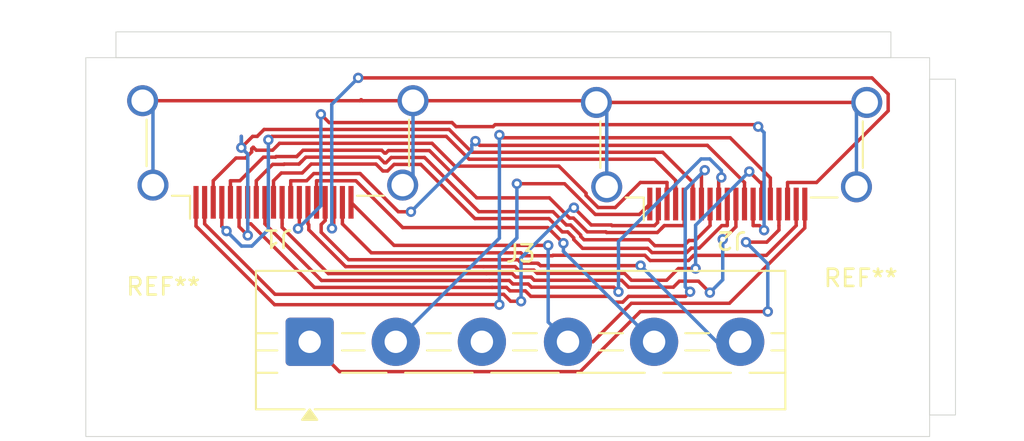
<source format=kicad_pcb>
(kicad_pcb (version 20241229) (generator "pcbnew") (generator_version "9.0")
  (layers (0 "F.Cu" signal) (2 "B.Cu" signal) (13 "F.Paste" user) (15 "B.Paste" user) (5 "F.SilkS" user "F.Silkscreen") (7 "B.SilkS" user "B.Silkscreen") (1 "F.Mask" user) (3 "B.Mask" user) (25 "Edge.Cuts" user))
  (net 0 "")
  (net 1 "Net-(J1-PadSH)")
  (net 2 "Net-(J1-D1-)")
  (net 3 "Net-(J1-D0S)")
  (net 4 "Net-(J1-D1+)")
  (net 5 "Net-(J1-CKS)")
  (net 6 "Net-(J1-D0-)")
  (net 7 "+5V")
  (net 8 "Net-(J1-+5V)")
  (net 9 "Net-(J1-D2-)")
  (net 10 "Net-(J1-SCL)")
  (net 11 "Net-(J1-D1S)")
  (net 12 "Net-(J1-CEC)")
  (net 13 "Net-(J1-D2S)")
  (net 14 "Net-(J1-CK-)")
  (net 15 "Net-(J1-UTILITY)")
  (net 16 "Net-(J1-GND)")
  (net 17 "Net-(J1-D2+)")
  (net 18 "Net-(J1-SDA)")
  (net 19 "Net-(J1-D0+)")
  (net 20 "Net-(J1-CK+)")
  (net 21 "Net-(J2-SCL)")
  (net 22 "Net-(J2-SDA)")
  (net 23 "GND")
  (footprint "Connector_Video:HDMI_A_Amphenol_10029449-x01xLF_Horizontal" (layer "F.Cu") (at 124 84.5 180)
    (property "Reference" "J2" (at 0 -7.1 180) (layer "F.SilkS"))
    (property "Value" "HDMI_A_Female")
    (fp_line (start 7.62 -2.9) (end 7.62 -0.2) (stroke (width 0.12)) (layer "F.SilkS"))
    (fp_line (start 5.1 -4.62) (end 6.15 -4.62) (stroke (width 0.12)) (layer "F.SilkS"))
    (fp_line (start 5.1 -5.95) (end 5.1 -4.62) (stroke (width 0.12)) (layer "F.SilkS"))
    (fp_line (start -6.15 -4.62) (end -4.6 -4.62) (stroke (width 0.12)) (layer "F.SilkS"))
    (fp_line (start -7.62 -0.2) (end -7.62 -2.9) (stroke (width 0.12)) (layer "F.SilkS"))
    (pad "1" smd rect (at 4.75 -5 180) (size 0.3 1.9) (layers "F.Cu" "F.Mask" "F.Paste") (net 17 "Net-(J1-D2+)"))
    (pad "2" smd rect (at 4.25 -5 180) (size 0.3 1.9) (layers "F.Cu" "F.Mask" "F.Paste") (net 13 "Net-(J1-D2S)"))
    (pad "3" smd rect (at 3.75 -5 180) (size 0.3 1.9) (layers "F.Cu" "F.Mask" "F.Paste") (net 9 "Net-(J1-D2-)"))
    (pad "4" smd rect (at 3.25 -5 180) (size 0.3 1.9) (layers "F.Cu" "F.Mask" "F.Paste") (net 4 "Net-(J1-D1+)"))
    (pad "5" smd rect (at 2.75 -5 180) (size 0.3 1.9) (layers "F.Cu" "F.Mask" "F.Paste") (net 11 "Net-(J1-D1S)"))
    (pad "6" smd rect (at 2.25 -5 180) (size 0.3 1.9) (layers "F.Cu" "F.Mask" "F.Paste") (net 2 "Net-(J1-D1-)"))
    (pad "7" smd rect (at 1.75 -5 180) (size 0.3 1.9) (layers "F.Cu" "F.Mask" "F.Paste") (net 19 "Net-(J1-D0+)"))
    (pad "8" smd rect (at 1.25 -5 180) (size 0.3 1.9) (layers "F.Cu" "F.Mask" "F.Paste") (net 3 "Net-(J1-D0S)"))
    (pad "9" smd rect (at 0.75 -5 180) (size 0.3 1.9) (layers "F.Cu" "F.Mask" "F.Paste") (net 6 "Net-(J1-D0-)"))
    (pad "10" smd rect (at 0.25 -5 180) (size 0.3 1.9) (layers "F.Cu" "F.Mask" "F.Paste") (net 20 "Net-(J1-CK+)"))
    (pad "11" smd rect (at -0.25 -5 180) (size 0.3 1.9) (layers "F.Cu" "F.Mask" "F.Paste") (net 5 "Net-(J1-CKS)"))
    (pad "12" smd rect (at -0.75 -5 180) (size 0.3 1.9) (layers "F.Cu" "F.Mask" "F.Paste") (net 14 "Net-(J1-CK-)"))
    (pad "13" smd rect (at -1.25 -5 180) (size 0.3 1.9) (layers "F.Cu" "F.Mask" "F.Paste") (net 12 "Net-(J1-CEC)"))
    (pad "14" smd rect (at -1.75 -5 180) (size 0.3 1.9) (layers "F.Cu" "F.Mask" "F.Paste") (net 15 "Net-(J1-UTILITY)"))
    (pad "15" smd rect (at -2.25 -5 180) (size 0.3 1.9) (layers "F.Cu" "F.Mask" "F.Paste") (net 21 "Net-(J2-SCL)"))
    (pad "16" smd rect (at -2.75 -5 180) (size 0.3 1.9) (layers "F.Cu" "F.Mask" "F.Paste") (net 22 "Net-(J2-SDA)"))
    (pad "17" smd rect (at -3.25 -5 180) (size 0.3 1.9) (layers "F.Cu" "F.Mask" "F.Paste") (net 16 "Net-(J1-GND)"))
    (pad "18" smd rect (at -3.75 -5 180) (size 0.3 1.9) (layers "F.Cu" "F.Mask" "F.Paste") (net 8 "Net-(J1-+5V)"))
    (pad "19" smd rect (at -4.25 -5 180) (size 0.3 1.9) (layers "F.Cu" "F.Mask" "F.Paste") (net 7 "+5V"))
    (pad "SH" thru_hole circle (at -7.85 0.9 180) (size 1.8 1.8) (drill 1.3) (layers "*.Cu" "*.Mask") (net 1 "Net-(J1-PadSH)"))
    (pad "SH" thru_hole circle (at -7.25 -4 180) (size 1.8 1.8) (drill 1.3) (layers "*.Cu" "*.Mask") (net 1 "Net-(J1-PadSH)"))
    (pad "SH" thru_hole circle (at 7.25 -4 180) (size 1.8 1.8) (drill 1.3) (layers "*.Cu" "*.Mask") (net 1 "Net-(J1-PadSH)"))
    (pad "SH" thru_hole circle (at 7.85 0.9 180) (size 1.8 1.8) (drill 1.3) (layers "*.Cu" "*.Mask") (net 1 "Net-(J1-PadSH)"))
  )
  (footprint "MountingHole:MountingHole_2.2mm_M2" (layer "F.Cu") (at 131.5 97)
    (property "Reference" "REF**" (at 0 -3.2 0) (layer "F.SilkS"))
    (property "Value" "MountingHole_2.2mm_M2")
    (pad "" np_thru_hole circle (at 0 0) (size 2.2 2.2) (drill 2.2) (layers "*.Cu" "*.Mask"))
  )
  (footprint "TerminalBlock:TerminalBlock_MaiXu_MX126-5.0-06P_1x06_P5.00mm" (layer "F.Cu") (at 99.5 97.5)
    (property "Reference" "J3" (at 12.25 -5.12 0) (layer "F.SilkS"))
    (property "Value" "Screw_Terminal_01x06")
    (fp_line (start -3.12 -4.12) (end -3.12 3.92) (stroke (width 0.12)) (layer "F.SilkS"))
    (fp_line (start -3.12 -4.12) (end 27.62 -4.12) (stroke (width 0.12)) (layer "F.SilkS"))
    (fp_line (start -3.12 -0.5) (end -1.88 -0.5) (stroke (width 0.12)) (layer "F.SilkS"))
    (fp_line (start -3.12 0.5) (end -1.88 0.5) (stroke (width 0.12)) (layer "F.SilkS"))
    (fp_line (start -3.12 1.8) (end -1.88 1.8) (stroke (width 0.12)) (layer "F.SilkS"))
    (fp_line (start -3.12 3.92) (end -0.3 3.92) (stroke (width 0.12)) (layer "F.SilkS"))
    (fp_line (start 0.3 3.92) (end 27.62 3.92) (stroke (width 0.12)) (layer "F.SilkS"))
    (fp_line (start 1.88 -0.5) (end 3.188 -0.5) (stroke (width 0.12)) (layer "F.SilkS"))
    (fp_line (start 1.88 0.5) (end 3.188 0.5) (stroke (width 0.12)) (layer "F.SilkS"))
    (fp_line (start 1.88 1.8) (end 4.457 1.8) (stroke (width 0.12)) (layer "F.SilkS"))
    (fp_line (start 5.543 1.8) (end 9.457 1.8) (stroke (width 0.12)) (layer "F.SilkS"))
    (fp_line (start 6.812 -0.5) (end 8.188 -0.5) (stroke (width 0.12)) (layer "F.SilkS"))
    (fp_line (start 6.812 0.5) (end 8.188 0.5) (stroke (width 0.12)) (layer "F.SilkS"))
    (fp_line (start 10.543 1.8) (end 14.457 1.8) (stroke (width 0.12)) (layer "F.SilkS"))
    (fp_line (start 11.812 -0.5) (end 13.188 -0.5) (stroke (width 0.12)) (layer "F.SilkS"))
    (fp_line (start 11.812 0.5) (end 13.188 0.5) (stroke (width 0.12)) (layer "F.SilkS"))
    (fp_line (start 15.543 1.8) (end 19.457 1.8) (stroke (width 0.12)) (layer "F.SilkS"))
    (fp_line (start 16.812 -0.5) (end 18.188 -0.5) (stroke (width 0.12)) (layer "F.SilkS"))
    (fp_line (start 16.812 0.5) (end 18.188 0.5) (stroke (width 0.12)) (layer "F.SilkS"))
    (fp_line (start 20.543 1.8) (end 24.457 1.8) (stroke (width 0.12)) (layer "F.SilkS"))
    (fp_line (start 21.812 -0.5) (end 23.188 -0.5) (stroke (width 0.12)) (layer "F.SilkS"))
    (fp_line (start 21.812 0.5) (end 23.188 0.5) (stroke (width 0.12)) (layer "F.SilkS"))
    (fp_line (start 25.543 1.8) (end 27.62 1.8) (stroke (width 0.12)) (layer "F.SilkS"))
    (fp_line (start 26.812 -0.5) (end 27.62 -0.5) (stroke (width 0.12)) (layer "F.SilkS"))
    (fp_line (start 26.812 0.5) (end 27.62 0.5) (stroke (width 0.12)) (layer "F.SilkS"))
    (fp_line (start 27.62 -4.12) (end 27.62 3.92) (stroke (width 0.12)) (layer "F.SilkS"))
    (fp_poly (pts (xy 0 3.92) (xy 0.44 4.53) (xy -0.44 4.53)) (stroke (width 0.12)) (fill yes) (layer "F.SilkS"))
    (pad "1" thru_hole roundrect (at 0 0) (size 2.8 2.8) (drill 1.3) (layers "*.Cu" "*.Mask") (roundrect_rratio 0.089286) (net 22 "Net-(J2-SDA)"))
    (pad "2" thru_hole circle (at 5 0) (size 2.8 2.8) (drill 1.3) (layers "*.Cu" "*.Mask") (net 21 "Net-(J2-SCL)"))
    (pad "3" thru_hole circle (at 10 0) (size 2.8 2.8) (drill 1.3) (layers "*.Cu" "*.Mask") (net 23 "GND"))
    (pad "4" thru_hole circle (at 15 0) (size 2.8 2.8) (drill 1.3) (layers "*.Cu" "*.Mask") (net 7 "+5V"))
    (pad "5" thru_hole circle (at 20 0) (size 2.8 2.8) (drill 1.3) (layers "*.Cu" "*.Mask") (net 10 "Net-(J1-SCL)"))
    (pad "6" thru_hole circle (at 25 0) (size 2.8 2.8) (drill 1.3) (layers "*.Cu" "*.Mask") (net 18 "Net-(J1-SDA)"))
  )
  (footprint "Connector_Video:HDMI_A_Amphenol_10029449-x01xLF_Horizontal" (layer "F.Cu") (at 97.65 84.4 180)
    (property "Reference" "J1" (at 0 -7.1 180) (layer "F.SilkS"))
    (property "Value" "HDMI_A_Male")
    (fp_line (start 7.62 -2.9) (end 7.62 -0.2) (stroke (width 0.12)) (layer "F.SilkS"))
    (fp_line (start 5.1 -4.62) (end 6.15 -4.62) (stroke (width 0.12)) (layer "F.SilkS"))
    (fp_line (start 5.1 -5.95) (end 5.1 -4.62) (stroke (width 0.12)) (layer "F.SilkS"))
    (fp_line (start -6.15 -4.62) (end -4.6 -4.62) (stroke (width 0.12)) (layer "F.SilkS"))
    (fp_line (start -7.62 -0.2) (end -7.62 -2.9) (stroke (width 0.12)) (layer "F.SilkS"))
    (pad "1" smd rect (at 4.75 -5 180) (size 0.3 1.9) (layers "F.Cu" "F.Mask" "F.Paste") (net 17 "Net-(J1-D2+)"))
    (pad "2" smd rect (at 4.25 -5 180) (size 0.3 1.9) (layers "F.Cu" "F.Mask" "F.Paste") (net 13 "Net-(J1-D2S)"))
    (pad "3" smd rect (at 3.75 -5 180) (size 0.3 1.9) (layers "F.Cu" "F.Mask" "F.Paste") (net 9 "Net-(J1-D2-)"))
    (pad "4" smd rect (at 3.25 -5 180) (size 0.3 1.9) (layers "F.Cu" "F.Mask" "F.Paste") (net 4 "Net-(J1-D1+)"))
    (pad "5" smd rect (at 2.75 -5 180) (size 0.3 1.9) (layers "F.Cu" "F.Mask" "F.Paste") (net 11 "Net-(J1-D1S)"))
    (pad "6" smd rect (at 2.25 -5 180) (size 0.3 1.9) (layers "F.Cu" "F.Mask" "F.Paste") (net 2 "Net-(J1-D1-)"))
    (pad "7" smd rect (at 1.75 -5 180) (size 0.3 1.9) (layers "F.Cu" "F.Mask" "F.Paste") (net 19 "Net-(J1-D0+)"))
    (pad "8" smd rect (at 1.25 -5 180) (size 0.3 1.9) (layers "F.Cu" "F.Mask" "F.Paste") (net 3 "Net-(J1-D0S)"))
    (pad "9" smd rect (at 0.75 -5 180) (size 0.3 1.9) (layers "F.Cu" "F.Mask" "F.Paste") (net 6 "Net-(J1-D0-)"))
    (pad "10" smd rect (at 0.25 -5 180) (size 0.3 1.9) (layers "F.Cu" "F.Mask" "F.Paste") (net 20 "Net-(J1-CK+)"))
    (pad "11" smd rect (at -0.25 -5 180) (size 0.3 1.9) (layers "F.Cu" "F.Mask" "F.Paste") (net 5 "Net-(J1-CKS)"))
    (pad "12" smd rect (at -0.75 -5 180) (size 0.3 1.9) (layers "F.Cu" "F.Mask" "F.Paste") (net 14 "Net-(J1-CK-)"))
    (pad "13" smd rect (at -1.25 -5 180) (size 0.3 1.9) (layers "F.Cu" "F.Mask" "F.Paste") (net 12 "Net-(J1-CEC)"))
    (pad "14" smd rect (at -1.75 -5 180) (size 0.3 1.9) (layers "F.Cu" "F.Mask" "F.Paste") (net 15 "Net-(J1-UTILITY)"))
    (pad "15" smd rect (at -2.25 -5 180) (size 0.3 1.9) (layers "F.Cu" "F.Mask" "F.Paste") (net 10 "Net-(J1-SCL)"))
    (pad "16" smd rect (at -2.75 -5 180) (size 0.3 1.9) (layers "F.Cu" "F.Mask" "F.Paste") (net 18 "Net-(J1-SDA)"))
    (pad "17" smd rect (at -3.25 -5 180) (size 0.3 1.9) (layers "F.Cu" "F.Mask" "F.Paste") (net 16 "Net-(J1-GND)"))
    (pad "18" smd rect (at -3.75 -5 180) (size 0.3 1.9) (layers "F.Cu" "F.Mask" "F.Paste") (net 8 "Net-(J1-+5V)"))
    (pad "19" smd rect (at -4.25 -5 180) (size 0.3 1.9) (layers "F.Cu" "F.Mask" "F.Paste") (net 7 "+5V"))
    (pad "SH" thru_hole circle (at -7.85 0.9 180) (size 1.8 1.8) (drill 1.3) (layers "*.Cu" "*.Mask") (net 1 "Net-(J1-PadSH)"))
    (pad "SH" thru_hole circle (at -7.25 -4 180) (size 1.8 1.8) (drill 1.3) (layers "*.Cu" "*.Mask") (net 1 "Net-(J1-PadSH)"))
    (pad "SH" thru_hole circle (at 7.25 -4 180) (size 1.8 1.8) (drill 1.3) (layers "*.Cu" "*.Mask") (net 1 "Net-(J1-PadSH)"))
    (pad "SH" thru_hole circle (at 7.85 0.9 180) (size 1.8 1.8) (drill 1.3) (layers "*.Cu" "*.Mask") (net 1 "Net-(J1-PadSH)"))
  )
  (footprint "MountingHole:MountingHole_2.2mm_M2" (layer "F.Cu") (at 91 97.5)
    (property "Reference" "REF**" (at 0 -3.2 0) (layer "F.SilkS"))
    (property "Value" "MountingHole_2.2mm_M2")
    (pad "" np_thru_hole circle (at 0 0) (size 2.2 2.2) (drill 2.2) (layers "*.Cu" "*.Mask"))
  )
  (gr_rect (start 135.5 82.25) (end 137 101.75) (stroke (width 0.05)) (fill no) (layer "Edge.Cuts"))
  (gr_rect (start 88.25 79.5) (end 133.25 81) (stroke (width 0.05)) (fill no) (layer "Edge.Cuts"))
  (gr_rect (start 86.5 81) (end 135.5 103) (stroke (width 0.05)) (fill no) (layer "Edge.Cuts"))
  (segment (start 105.5 83.5) (end 116.05 83.5) (width 0.2) (layer "F.Cu") (net 1))
  (segment (start 102.4893 83.4408) (end 102.4301 83.5) (width 0.2) (layer "F.Cu") (net 1))
  (segment (start 102.4893 83.4408) (end 102.4301 83.5) (width 0.2) (layer "F.Cu") (net 1))
  (segment (start 102.5485 83.5) (end 102.4893 83.4408) (width 0.2) (layer "F.Cu") (net 1))
  (segment (start 116.05 83.5) (end 116.15 83.6) (width 0.2) (layer "F.Cu") (net 1))
  (segment (start 105.5 83.5) (end 102.5485 83.5) (width 0.2) (layer "F.Cu") (net 1))
  (segment (start 131.85 83.6) (end 116.15 83.6) (width 0.2) (layer "F.Cu") (net 1))
  (segment (start 102.4301 83.5) (end 89.8 83.5) (width 0.2) (layer "F.Cu") (net 1))
  (segment (start 105.5 87.8) (end 105.5 83.5) (width 0.2) (layer "B.Cu") (net 1))
  (segment (start 89.8 83.5) (end 90.4 84.1) (width 0.2) (layer "B.Cu") (net 1))
  (segment (start 131.85 83.6) (end 131.25 84.2) (width 0.2) (layer "B.Cu") (net 1))
  (segment (start 104.9 88.4) (end 105.5 87.8) (width 0.2) (layer "B.Cu") (net 1))
  (segment (start 116.75 84.2) (end 116.75 88.5) (width 0.2) (layer "B.Cu") (net 1))
  (segment (start 90.4 84.1) (end 90.4 88.4) (width 0.2) (layer "B.Cu") (net 1))
  (segment (start 116.15 83.6) (end 116.75 84.2) (width 0.2) (layer "B.Cu") (net 1))
  (segment (start 131.25 84.2) (end 131.25 88.5) (width 0.2) (layer "B.Cu") (net 1))
  (segment (start 121.75 89.5) (end 121.75 88.2483) (width 0.2) (layer "F.Cu") (net 2))
  (segment (start 95.5307 86.2257) (end 95.5307 85.5718) (width 0.2) (layer "F.Cu") (net 2))
  (segment (start 96.8531 85.1701) (end 96.4515 85.5717) (width 0.2) (layer "F.Cu") (net 2))
  (segment (start 95.9043 91.3223) (end 95.9042 91.3223) (width 0.2) (layer "F.Cu") (net 2))
  (segment (start 95.9042 91.3223) (end 95.9043 91.3223) (width 0.2) (layer "F.Cu") (net 2))
  (segment (start 108.9243 86.4949) (end 107.5995 85.1701) (width 0.2) (layer "F.Cu") (net 2))
  (segment (start 95.5307 85.5718) (end 95.5307 86.2257) (width 0.2) (layer "F.Cu") (net 2))
  (segment (start 96.4515 85.5718) (end 96.1846 85.5718) (width 0.2) (layer "F.Cu") (net 2))
  (segment (start 95.4 90.818) (end 95.4 89.4) (width 0.2) (layer "F.Cu") (net 2))
  (segment (start 96.4515 85.5717) (end 96.4515 85.5718) (width 0.2) (layer "F.Cu") (net 2))
  (segment (start 119.9966 86.4949) (end 108.9243 86.4949) (width 0.2) (layer "F.Cu") (net 2))
  (segment (start 95.9043 91.3223) (end 95.4 90.818) (width 0.2) (layer "F.Cu") (net 2))
  (segment (start 96.1846 85.5718) (end 95.5307 86.2257) (width 0.2) (layer "F.Cu") (net 2))
  (segment (start 121.75 88.2483) (end 119.9966 86.4949) (width 0.2) (layer "F.Cu") (net 2))
  (segment (start 107.5995 85.1701) (end 96.8531 85.1701) (width 0.2) (layer "F.Cu") (net 2))
  (via (at 95.9043 91.3223) (size 0.6) (drill 0.3) (layers "F.Cu" "B.Cu") (net 2))
  (via (at 95.5307 86.2257) (size 0.6) (drill 0.3) (layers "F.Cu" "B.Cu") (net 2))
  (segment (start 95.9042 91.3223) (end 95.9043 91.3223) (width 0.2) (layer "B.Cu") (net 2))
  (segment (start 95.5307 85.5718) (end 95.5307 86.2257) (width 0.2) (layer "B.Cu") (net 2))
  (segment (start 95.5307 86.2257) (end 95.5307 85.5718) (width 0.2) (layer "B.Cu") (net 2))
  (segment (start 95.9043 91.3223) (end 95.9042 91.3223) (width 0.2) (layer "B.Cu") (net 2))
  (segment (start 95.9042 86.5992) (end 95.9042 91.3223) (width 0.2) (layer "B.Cu") (net 2))
  (segment (start 95.9042 91.3223) (end 95.9043 91.3223) (width 0.2) (layer "B.Cu") (net 2))
  (segment (start 95.5307 86.2257) (end 95.9042 86.5992) (width 0.2) (layer "B.Cu") (net 2))
  (segment (start 121.3611 91.782) (end 121.5259 91.6172) (width 0.2) (layer "F.Cu") (net 3))
  (segment (start 119.1987 91.574) (end 119.542 91.9173) (width 0.2) (layer "F.Cu") (net 3))
  (segment (start 103.8444 87.1056) (end 103.927 87.1056) (width 0.2) (layer "F.Cu") (net 3))
  (segment (start 103.5157 86.7769) (end 103.8444 87.1056) (width 0.2) (layer "F.Cu") (net 3))
  (segment (start 119.542 91.9173) (end 121.2258 91.9173) (width 0.2) (layer "F.Cu") (net 3))
  (segment (start 103.927 87.1056) (end 104.236 86.7966) (width 0.2) (layer "F.Cu") (net 3))
  (segment (start 99.047 87.0123) (end 99.2824 86.7769) (width 0.2) (layer "F.Cu") (net 3))
  (segment (start 104.236 86.7966) (end 106.1712 86.7966) (width 0.2) (layer "F.Cu") (net 3))
  (segment (start 96.4 89.4) (end 96.4 88.1483) (width 0.2) (layer "F.Cu") (net 3))
  (segment (start 114.6504 90.7164) (end 115.2383 91.3043) (width 0.2) (layer "F.Cu") (net 3))
  (segment (start 97.3522 87.1961) (end 96.4 88.1483) (width 0.2) (layer "F.Cu") (net 3))
  (segment (start 121.5259 91.6172) (end 121.8845 91.6172) (width 0.2) (layer "F.Cu") (net 3))
  (segment (start 98.0235 87.1786) (end 98.006 87.1961) (width 0.2) (layer "F.Cu") (net 3))
  (segment (start 115.2383 91.3043) (end 115.2383 91.3804) (width 0.2) (layer "F.Cu") (net 3))
  (segment (start 98.006 87.1961) (end 97.3522 87.1961) (width 0.2) (layer "F.Cu") (net 3))
  (segment (start 109.318 89.9434) (end 113.6287 89.9434) (width 0.2) (layer "F.Cu") (net 3))
  (segment (start 113.6287 89.9434) (end 114.4017 90.7164) (width 0.2) (layer "F.Cu") (net 3))
  (segment (start 121.8845 91.6172) (end 122.75 90.7517) (width 0.2) (layer "F.Cu") (net 3))
  (segment (start 115.4319 91.574) (end 119.1987 91.574) (width 0.2) (layer "F.Cu") (net 3))
  (segment (start 106.1712 86.7966) (end 109.318 89.9434) (width 0.2) (layer "F.Cu") (net 3))
  (segment (start 115.2383 91.3804) (end 115.4319 91.574) (width 0.2) (layer "F.Cu") (net 3))
  (segment (start 99.2824 86.7769) (end 103.5157 86.7769) (width 0.2) (layer "F.Cu") (net 3))
  (segment (start 98.8807 87.1786) (end 98.0235 87.1786) (width 0.2) (layer "F.Cu") (net 3))
  (segment (start 121.3611 91.782) (end 121.5259 91.6172) (width 0.2) (layer "F.Cu") (net 3))
  (segment (start 99.047 87.0123) (end 98.8807 87.1786) (width 0.2) (layer "F.Cu") (net 3))
  (segment (start 99.047 87.0123) (end 98.8807 87.1786) (width 0.2) (layer "F.Cu") (net 3))
  (segment (start 121.2258 91.9173) (end 121.3611 91.782) (width 0.2) (layer "F.Cu") (net 3))
  (segment (start 122.75 89.5) (end 122.75 90.7517) (width 0.2) (layer "F.Cu") (net 3))
  (segment (start 98.0235 87.1786) (end 98.006 87.1961) (width 0.2) (layer "F.Cu") (net 3))
  (segment (start 114.4017 90.7164) (end 114.6504 90.7164) (width 0.2) (layer "F.Cu") (net 3))
  (segment (start 94.6713 91.07) (end 94.4678 90.8665) (width 0.2) (layer "F.Cu") (net 4))
  (segment (start 120.75 88.1303) (end 120.75 89.5) (width 0.2) (layer "F.Cu") (net 4))
  (segment (start 119.5163 86.8966) (end 120.75 88.1303) (width 0.2) (layer "F.Cu") (net 4))
  (segment (start 97.3022 85.5718) (end 107.4332 85.5718) (width 0.2) (layer "F.Cu") (net 4))
  (segment (start 107.4332 85.5718) (end 108.758 86.8966) (width 0.2) (layer "F.Cu") (net 4))
  (segment (start 94.4 89.4) (end 94.4 90.7987) (width 0.2) (layer "F.Cu") (net 4))
  (segment (start 97.1014 85.7726) (end 97.3022 85.5718) (width 0.2) (layer "F.Cu") (net 4))
  (segment (start 94.4678 90.8665) (end 94.6713 91.07) (width 0.2) (layer "F.Cu") (net 4))
  (segment (start 108.758 86.8966) (end 119.5163 86.8966) (width 0.2) (layer "F.Cu") (net 4))
  (segment (start 94.4 90.7987) (end 94.6713 91.07) (width 0.2) (layer "F.Cu") (net 4))
  (via (at 97.1014 85.7726) (size 0.6) (drill 0.3) (layers "F.Cu" "B.Cu") (net 4))
  (via (at 94.6713 91.07) (size 0.6) (drill 0.3) (layers "F.Cu" "B.Cu") (net 4))
  (segment (start 97.1014 90.9837) (end 97.1014 85.7726) (width 0.2) (layer "B.Cu") (net 4))
  (segment (start 96.1446 91.9405) (end 97.1014 90.9837) (width 0.2) (layer "B.Cu") (net 4))
  (segment (start 94.4678 90.8665) (end 94.6713 91.07) (width 0.2) (layer "B.Cu") (net 4))
  (segment (start 94.6713 91.07) (end 94.4678 90.8665) (width 0.2) (layer "B.Cu") (net 4))
  (segment (start 95.5418 91.9405) (end 96.1446 91.9405) (width 0.2) (layer "B.Cu") (net 4))
  (segment (start 94.6713 91.07) (end 95.5418 91.9405) (width 0.2) (layer "B.Cu") (net 4))
  (segment (start 124.25 89.5) (end 124.25 90.8198) (width 0.2) (layer "F.Cu") (net 5))
  (segment (start 122.0735 93.977) (end 120.9703 93.977) (width 0.2) (layer "F.Cu") (net 5))
  (segment (start 122.7387 94.6422) (end 122.0735 93.977) (width 0.2) (layer "F.Cu") (net 5))
  (segment (start 117.6148 93.9268) (end 112.5437 93.9268) (width 0.2) (layer "F.Cu") (net 5))
  (segment (start 120.6188 94.3285) (end 118.0165 94.3285) (width 0.2) (layer "F.Cu") (net 5))
  (segment (start 112.5437 93.9268) (end 112.356 93.7391) (width 0.2) (layer "F.Cu") (net 5))
  (segment (start 118.0165 94.3285) (end 117.6148 93.9268) (width 0.2) (layer "F.Cu") (net 5))
  (segment (start 120.9703 93.977) (end 120.6188 94.3285) (width 0.2) (layer "F.Cu") (net 5))
  (segment (start 100.5833 93.5374) (end 97.9 90.8541) (width 0.2) (layer "F.Cu") (net 5))
  (segment (start 97.9 89.4) (end 97.9 90.6517) (width 0.2) (layer "F.Cu") (net 5))
  (segment (start 111.4637 93.7391) (end 111.262 93.5374) (width 0.2) (layer "F.Cu") (net 5))
  (segment (start 109.7659 93.5374) (end 100.5833 93.5374) (width 0.2) (layer "F.Cu") (net 5))
  (segment (start 123.5224 91.5474) (end 123.4847 91.5474) (width 0.2) (layer "F.Cu") (net 5))
  (segment (start 111.262 93.5374) (end 109.7659 93.5374) (width 0.2) (layer "F.Cu") (net 5))
  (segment (start 124.25 90.8198) (end 123.5224 91.5474) (width 0.2) (layer "F.Cu") (net 5))
  (segment (start 112.356 93.7391) (end 111.4637 93.7391) (width 0.2) (layer "F.Cu") (net 5))
  (segment (start 97.9 90.8541) (end 97.9 90.6517) (width 0.2) (layer "F.Cu") (net 5))
  (via (at 123.4847 91.5474) (size 0.6) (drill 0.3) (layers "F.Cu" "B.Cu") (net 5))
  (via (at 122.7387 94.6422) (size 0.6) (drill 0.3) (layers "F.Cu" "B.Cu") (net 5))
  (segment (start 123.4847 91.5474) (end 123.4847 93.8962) (width 0.2) (layer "B.Cu") (net 5))
  (segment (start 123.4847 93.8962) (end 122.7387 94.6422) (width 0.2) (layer "B.Cu") (net 5))
  (segment (start 109.9322 93.9391) (end 100.1874 93.9391) (width 0.2) (layer "F.Cu") (net 6))
  (segment (start 100.1874 93.9391) (end 96.9 90.6517) (width 0.2) (layer "F.Cu") (net 6))
  (segment (start 96.9 89.4) (end 96.9 90.6517) (width 0.2) (layer "F.Cu") (net 6))
  (segment (start 111.0957 93.9391) (end 109.9322 93.9391) (width 0.2) (layer "F.Cu") (net 6))
  (segment (start 111.2974 94.1408) (end 111.0957 93.9391) (width 0.2) (layer "F.Cu") (net 6))
  (segment (start 117.4318 94.595) (end 117.1653 94.3285) (width 0.2) (layer "F.Cu") (net 6))
  (segment (start 123.4054 87.9552) (end 123.25 88.1106) (width 0.2) (layer "F.Cu") (net 6))
  (segment (start 117.1653 94.3285) (end 112.3774 94.3285) (width 0.2) (layer "F.Cu") (net 6))
  (segment (start 112.3774 94.3285) (end 112.1897 94.1408) (width 0.2) (layer "F.Cu") (net 6))
  (segment (start 112.1897 94.1408) (end 111.2974 94.1408) (width 0.2) (layer "F.Cu") (net 6))
  (segment (start 123.25 88.1106) (end 123.25 89.5) (width 0.2) (layer "F.Cu") (net 6))
  (via (at 117.4318 94.595) (size 0.6) (drill 0.3) (layers "F.Cu" "B.Cu") (net 6))
  (via (at 123.4054 87.9552) (size 0.6) (drill 0.3) (layers "F.Cu" "B.Cu") (net 6))
  (segment (start 123.4054 87.9552) (end 123.4054 87.5527) (width 0.2) (layer "B.Cu") (net 6))
  (segment (start 122.7347 86.882) (end 122.2264 86.882) (width 0.2) (layer "B.Cu") (net 6))
  (segment (start 123.4054 87.5527) (end 122.7347 86.882) (width 0.2) (layer "B.Cu") (net 6))
  (segment (start 122.2264 86.882) (end 117.4318 91.6766) (width 0.2) (layer "B.Cu") (net 6))
  (segment (start 117.4318 91.6766) (end 117.4318 94.595) (width 0.2) (layer "B.Cu") (net 6))
  (segment (start 128.25 90.8877) (end 128.25 90.7517) (width 0.2) (layer "F.Cu") (net 7))
  (segment (start 113.35 91.9003) (end 104.4003 91.9003) (width 0.2) (layer "F.Cu") (net 7))
  (segment (start 114.5 97.5) (end 115.9457 97.5) (width 0.2) (layer "F.Cu") (net 7))
  (segment (start 118.1828 95.2629) (end 123.8748 95.2629) (width 0.2) (layer "F.Cu") (net 7))
  (segment (start 128.25 89.5) (end 128.25 90.7517) (width 0.2) (layer "F.Cu") (net 7))
  (segment (start 115.9457 97.5) (end 118.1828 95.2629) (width 0.2) (layer "F.Cu") (net 7))
  (segment (start 104.4003 91.9003) (end 101.9 89.4) (width 0.2) (layer "F.Cu") (net 7))
  (segment (start 123.8748 95.2629) (end 128.25 90.8877) (width 0.2) (layer "F.Cu") (net 7))
  (via (at 113.35 91.9003) (size 0.6) (drill 0.3) (layers "F.Cu" "B.Cu") (net 7))
  (segment (start 113.35 96.35) (end 113.35 91.9003) (width 0.2) (layer "B.Cu") (net 7))
  (segment (start 114.5 97.5) (end 113.35 96.35) (width 0.2) (layer "B.Cu") (net 7))
  (segment (start 113.5992 92.502) (end 111.9306 92.502) (width 0.2) (layer "F.Cu") (net 8))
  (segment (start 109.267 92.3323) (end 103.0806 92.3323) (width 0.2) (layer "F.Cu") (net 8))
  (segment (start 103.0806 92.3323) (end 101.4 90.6517) (width 0.2) (layer "F.Cu") (net 8))
  (segment (start 111.9306 92.502) (end 111.7609 92.3323) (width 0.2) (layer "F.Cu") (net 8))
  (segment (start 121.5 92.7791) (end 119.2678 92.7791) (width 0.2) (layer "F.Cu") (net 8))
  (segment (start 118.9638 92.4751) (end 113.6261 92.4751) (width 0.2) (layer "F.Cu") (net 8))
  (segment (start 101.4 89.4) (end 101.4 90.6517) (width 0.2) (layer "F.Cu") (net 8))
  (segment (start 126.0204 92.4813) (end 127.75 90.7517) (width 0.2) (layer "F.Cu") (net 8))
  (segment (start 121.6937 92.5854) (end 121.5 92.7791) (width 0.2) (layer "F.Cu") (net 8))
  (segment (start 121.6937 92.5854) (end 121.7978 92.4813) (width 0.2) (layer "F.Cu") (net 8))
  (segment (start 111.7609 92.3323) (end 109.267 92.3323) (width 0.2) (layer "F.Cu") (net 8))
  (segment (start 113.6261 92.4751) (end 113.5992 92.502) (width 0.2) (layer "F.Cu") (net 8))
  (segment (start 121.7978 92.4813) (end 126.0204 92.4813) (width 0.2) (layer "F.Cu") (net 8))
  (segment (start 127.75 89.5) (end 127.75 90.7517) (width 0.2) (layer "F.Cu") (net 8))
  (segment (start 119.2678 92.7791) (end 118.9638 92.4751) (width 0.2) (layer "F.Cu") (net 8))
  (segment (start 121.6937 92.5854) (end 121.7978 92.4813) (width 0.2) (layer "F.Cu") (net 8))
  (segment (start 96.1324 86.4749) (end 96.1324 86.2922) (width 0.2) (layer "F.Cu") (net 9))
  (segment (start 96.3963 86.3743) (end 97.3506 86.3743) (width 0.2) (layer "F.Cu") (net 9))
  (segment (start 117.2478 89.7017) (end 118.7012 88.2483) (width 0.2) (layer "F.Cu") (net 9))
  (segment (start 115.5483 88.9977) (end 116.2523 89.7017) (width 0.2) (layer "F.Cu") (net 9))
  (segment (start 116.2523 89.7017) (end 117.2478 89.7017) (width 0.2) (layer "F.Cu") (net 9))
  (segment (start 107.9317 87.2983) (end 113.9734 87.2983) (width 0.2) (layer "F.Cu") (net 9))
  (segment (start 120.25 89.5) (end 120.25 88.2483) (width 0.2) (layer "F.Cu") (net 9))
  (segment (start 93.9 88.1483) (end 95.2209 86.8274) (width 0.2) (layer "F.Cu") (net 9))
  (segment (start 113.9734 87.2983) (end 115.5483 88.8732) (width 0.2) (layer "F.Cu") (net 9))
  (segment (start 97.7513 85.9736) (end 97.7513 85.9735) (width 0.2) (layer "F.Cu") (net 9))
  (segment (start 96.2233 86.2013) (end 96.1324 86.2922) (width 0.2) (layer "F.Cu") (net 9))
  (segment (start 115.5483 88.8732) (end 115.5483 88.9977) (width 0.2) (layer "F.Cu") (net 9))
  (segment (start 106.6069 85.9735) (end 107.9317 87.2983) (width 0.2) (layer "F.Cu") (net 9))
  (segment (start 97.7513 85.9735) (end 106.6069 85.9735) (width 0.2) (layer "F.Cu") (net 9))
  (segment (start 95.2209 86.8274) (end 95.7799 86.8274) (width 0.2) (layer "F.Cu") (net 9))
  (segment (start 93.9 89.4) (end 93.9 88.1483) (width 0.2) (layer "F.Cu") (net 9))
  (segment (start 96.2233 86.2013) (end 96.1324 86.2922) (width 0.2) (layer "F.Cu") (net 9))
  (segment (start 96.2233 86.2013) (end 96.3963 86.3743) (width 0.2) (layer "F.Cu") (net 9))
  (segment (start 118.7012 88.2483) (end 120.25 88.2483) (width 0.2) (layer "F.Cu") (net 9))
  (segment (start 97.3506 86.3743) (end 97.7513 85.9736) (width 0.2) (layer "F.Cu") (net 9))
  (segment (start 95.7799 86.8274) (end 96.1324 86.4749) (width 0.2) (layer "F.Cu") (net 9))
  (segment (start 114.2349 91.7756) (end 113.327 90.8677) (width 0.2) (layer "F.Cu") (net 10))
  (segment (start 104.9002 90.8677) (end 102.1808 88.1483) (width 0.2) (layer "F.Cu") (net 10))
  (segment (start 113.327 90.8677) (end 104.9002 90.8677) (width 0.2) (layer "F.Cu") (net 10))
  (segment (start 99.9 89.4) (end 99.9 88.1483) (width 0.2) (layer "F.Cu") (net 10))
  (segment (start 102.1808 88.1483) (end 99.9 88.1483) (width 0.2) (layer "F.Cu") (net 10))
  (via (at 114.2349 91.7756) (size 0.6) (drill 0.3) (layers "F.Cu" "B.Cu") (net 10))
  (segment (start 114.2349 91.7756) (end 114.2349 92.2489) (width 0.2) (layer "B.Cu") (net 10))
  (segment (start 114.2349 92.2489) (end 119.486 97.5) (width 0.2) (layer "B.Cu") (net 10))
  (segment (start 119.486 97.5) (end 119.5 97.5) (width 0.2) (layer "B.Cu") (net 10))
  (segment (start 94.9 88.1483) (end 95.447 88.1483) (width 0.2) (layer "F.Cu") (net 11))
  (segment (start 115.6185 91.1165) (end 116.7038 91.1165) (width 0.2) (layer "F.Cu") (net 11))
  (segment (start 116.7038 91.1165) (end 116.7407 91.1534) (width 0.2) (layer "F.Cu") (net 11))
  (segment (start 114.8167 90.3147) (end 115.6185 91.1165) (width 0.2) (layer "F.Cu") (net 11))
  (segment (start 113.4221 89.1415) (end 114.5953 90.3147) (width 0.2) (layer "F.Cu") (net 11))
  (segment (start 106.4552 86.3949) (end 109.2018 89.1415) (width 0.2) (layer "F.Cu") (net 11))
  (segment (start 119.9267 90.918) (end 120.093 90.7517) (width 0.2) (layer "F.Cu") (net 11))
  (segment (start 103.8444 86.5376) (end 103.927 86.5376) (width 0.2) (layer "F.Cu") (net 11))
  (segment (start 116.7407 91.1534) (end 119.6913 91.1534) (width 0.2) (layer "F.Cu") (net 11))
  (segment (start 95.447 88.1483) (end 96.8193 86.776) (width 0.2) (layer "F.Cu") (net 11))
  (segment (start 121.25 89.5) (end 121.25 90.7517) (width 0.2) (layer "F.Cu") (net 11))
  (segment (start 103.682 86.3752) (end 103.8444 86.5376) (width 0.2) (layer "F.Cu") (net 11))
  (segment (start 103.927 86.5376) (end 104.0697 86.3949) (width 0.2) (layer "F.Cu") (net 11))
  (segment (start 98.8807 86.6106) (end 98.749 86.7423) (width 0.2) (layer "F.Cu") (net 11))
  (segment (start 94.9 89.4) (end 94.9 88.1483) (width 0.2) (layer "F.Cu") (net 11))
  (segment (start 104.0697 86.3949) (end 106.4552 86.3949) (width 0.2) (layer "F.Cu") (net 11))
  (segment (start 97.5506 86.7423) (end 98.749 86.7423) (width 0.2) (layer "F.Cu") (net 11))
  (segment (start 119.6913 91.1534) (end 119.9267 90.918) (width 0.2) (layer "F.Cu") (net 11))
  (segment (start 119.9267 90.918) (end 120.093 90.7517) (width 0.2) (layer "F.Cu") (net 11))
  (segment (start 98.8807 86.6106) (end 98.749 86.7423) (width 0.2) (layer "F.Cu") (net 11))
  (segment (start 120.093 90.7517) (end 121.25 90.7517) (width 0.2) (layer "F.Cu") (net 11))
  (segment (start 99.1161 86.3752) (end 103.682 86.3752) (width 0.2) (layer "F.Cu") (net 11))
  (segment (start 109.2018 89.1415) (end 113.4221 89.1415) (width 0.2) (layer "F.Cu") (net 11))
  (segment (start 97.5169 86.776) (end 97.5506 86.7423) (width 0.2) (layer "F.Cu") (net 11))
  (segment (start 98.8807 86.6106) (end 99.1161 86.3752) (width 0.2) (layer "F.Cu") (net 11))
  (segment (start 114.5953 90.3147) (end 114.8167 90.3147) (width 0.2) (layer "F.Cu") (net 11))
  (segment (start 96.8193 86.776) (end 97.5169 86.776) (width 0.2) (layer "F.Cu") (net 11))
  (segment (start 125.25 89.5) (end 125.25 90.7517) (width 0.2) (layer "F.Cu") (net 12))
  (segment (start 110.2682 84.8897) (end 110.154 85.0039) (width 0.2) (layer "F.Cu") (net 12))
  (segment (start 100.6307 84.7683) (end 100.1502 84.2878) (width 0.2) (layer "F.Cu") (net 12))
  (segment (start 107.7657 84.7683) (end 100.6307 84.7683) (width 0.2) (layer "F.Cu") (net 12))
  (segment (start 125.4286 84.8897) (end 110.2682 84.8897) (width 0.2) (layer "F.Cu") (net 12))
  (segment (start 110.154 85.0039) (end 108.0013 85.0039) (width 0.2) (layer "F.Cu") (net 12))
  (segment (start 98.8226 90.9261) (end 98.9 90.8487) (width 0.2) (layer "F.Cu") (net 12))
  (segment (start 125.5428 85.0039) (end 125.4286 84.8897) (width 0.2) (layer "F.Cu") (net 12))
  (segment (start 125.25 90.7517) (end 125.6206 90.7517) (width 0.2) (layer "F.Cu") (net 12))
  (segment (start 98.8226 90.9261) (end 98.8227 90.926) (width 0.2) (layer "F.Cu") (net 12))
  (segment (start 108.0013 85.0039) (end 107.7657 84.7683) (width 0.2) (layer "F.Cu") (net 12))
  (segment (start 125.6206 90.7517) (end 125.8875 91.0186) (width 0.2) (layer "F.Cu") (net 12))
  (segment (start 98.9 90.8487) (end 98.9 89.4) (width 0.2) (layer "F.Cu") (net 12))
  (via (at 100.1502 84.2878) (size 0.6) (drill 0.3) (layers "F.Cu" "B.Cu") (net 12))
  (via (at 125.5428 85.0039) (size 0.6) (drill 0.3) (layers "F.Cu" "B.Cu") (net 12))
  (via (at 125.8875 91.0186) (size 0.6) (drill 0.3) (layers "F.Cu" "B.Cu") (net 12))
  (via (at 98.8227 90.926) (size 0.6) (drill 0.3) (layers "F.Cu" "B.Cu") (net 12))
  (segment (start 100.1502 84.2878) (end 100.1502 89.5985) (width 0.2) (layer "B.Cu") (net 12))
  (segment (start 98.8226 90.9261) (end 98.8227 90.926) (width 0.2) (layer "B.Cu") (net 12))
  (segment (start 100.1502 89.5985) (end 98.8226 90.9261) (width 0.2) (layer "B.Cu") (net 12))
  (segment (start 125.8875 91.0186) (end 125.8875 85.3486) (width 0.2) (layer "B.Cu") (net 12))
  (segment (start 125.8875 85.3486) (end 125.5428 85.0039) (width 0.2) (layer "B.Cu") (net 12))
  (segment (start 110.7631 94.7425) (end 97.4908 94.7425) (width 0.2) (layer "F.Cu") (net 13))
  (segment (start 93.4 89.4) (end 93.4 90.6517) (width 0.2) (layer "F.Cu") (net 13))
  (segment (start 117.0554 90.7517) (end 119.525 90.7517) (width 0.2) (layer "F.Cu") (net 13))
  (segment (start 111.7742 95.1442) (end 111.1648 95.1442) (width 0.2) (layer "F.Cu") (net 13))
  (segment (start 115.8462 90.7148) (end 117.0185 90.7148) (width 0.2) (layer "F.Cu") (net 13))
  (segment (start 97.4908 94.7425) (end 93.4 90.6517) (width 0.2) (layer "F.Cu") (net 13))
  (segment (start 119.7017 89.5483) (end 119.75 89.5) (width 0.2) (layer "F.Cu") (net 13))
  (segment (start 119.7017 90.575) (end 119.7017 89.5483) (width 0.2) (layer "F.Cu") (net 13))
  (segment (start 117.0185 90.7148) (end 117.0554 90.7517) (width 0.2) (layer "F.Cu") (net 13))
  (segment (start 114.8443 89.7129) (end 115.8462 90.7148) (width 0.2) (layer "F.Cu") (net 13))
  (segment (start 111.1648 95.1442) (end 110.7631 94.7425) (width 0.2) (layer "F.Cu") (net 13))
  (segment (start 119.525 90.7517) (end 119.7017 90.575) (width 0.2) (layer "F.Cu") (net 13))
  (via (at 111.7742 95.1442) (size 0.6) (drill 0.3) (layers "F.Cu" "B.Cu") (net 13))
  (via (at 114.8443 89.7129) (size 0.6) (drill 0.3) (layers "F.Cu" "B.Cu") (net 13))
  (segment (start 111.7742 92.6253) (end 111.7742 95.1442) (width 0.2) (layer "B.Cu") (net 13))
  (segment (start 114.8443 89.7129) (end 114.6866 89.7129) (width 0.2) (layer "B.Cu") (net 13))
  (segment (start 114.6866 89.7129) (end 111.7742 92.6253) (width 0.2) (layer "B.Cu") (net 13))
  (segment (start 98.4 88.1483) (end 99.3191 88.1483) (width 0.2) (layer "F.Cu") (net 14))
  (segment (start 99.3191 88.1483) (end 99.737 87.7304) (width 0.2) (layer "F.Cu") (net 14))
  (segment (start 124.75 89.5) (end 124.75 88.2483) (width 0.2) (layer "F.Cu") (net 14))
  (segment (start 99.737 87.7304) (end 102.4321 87.7304) (width 0.2) (layer "F.Cu") (net 14))
  (segment (start 122.5949 86.0932) (end 109.3738 86.0932) (width 0.2) (layer "F.Cu") (net 14))
  (segment (start 104.6506 89.9489) (end 105.3804 89.9489) (width 0.2) (layer "F.Cu") (net 14))
  (segment (start 98.4 89.4) (end 98.4 88.1483) (width 0.2) (layer "F.Cu") (net 14))
  (segment (start 124.75 88.2483) (end 122.5949 86.0932) (width 0.2) (layer "F.Cu") (net 14))
  (segment (start 109.1557 85.8751) (end 109.1245 85.8439) (width 0.2) (layer "F.Cu") (net 14))
  (segment (start 109.1245 85.8439) (end 109.1557 85.8751) (width 0.2) (layer "F.Cu") (net 14))
  (segment (start 109.3738 86.0932) (end 109.1245 85.8439) (width 0.2) (layer "F.Cu") (net 14))
  (segment (start 102.4321 87.7304) (end 104.6506 89.9489) (width 0.2) (layer "F.Cu") (net 14))
  (via (at 109.1245 85.8439) (size 0.6) (drill 0.3) (layers "F.Cu" "B.Cu") (net 14))
  (via (at 105.3804 89.9489) (size 0.6) (drill 0.3) (layers "F.Cu" "B.Cu") (net 14))
  (segment (start 108.9151 86.3857) (end 108.9151 86.0533) (width 0.2) (layer "B.Cu") (net 14))
  (segment (start 109.1557 85.8751) (end 109.1245 85.8439) (width 0.2) (layer "B.Cu") (net 14))
  (segment (start 109.1245 85.8439) (end 109.1557 85.8751) (width 0.2) (layer "B.Cu") (net 14))
  (segment (start 105.3804 89.9489) (end 108.6955 86.6338) (width 0.2) (layer "B.Cu") (net 14))
  (segment (start 108.6955 86.6338) (end 108.6955 86.6053) (width 0.2) (layer "B.Cu") (net 14))
  (segment (start 108.6955 86.6053) (end 108.9151 86.3857) (width 0.2) (layer "B.Cu") (net 14))
  (segment (start 108.9151 86.0533) (end 109.1245 85.8439) (width 0.2) (layer "B.Cu") (net 14))
  (segment (start 99.4498 90.7019) (end 99.4 90.6521) (width 0.2) (layer "F.Cu") (net 15))
  (segment (start 125.663 88.2483) (end 125.75 88.2483) (width 0.2) (layer "F.Cu") (net 15))
  (segment (start 112.71 93.5251) (end 112.5223 93.3374) (width 0.2) (layer "F.Cu") (net 15))
  (segment (start 117.7811 93.5251) (end 112.71 93.5251) (width 0.2) (layer "F.Cu") (net 15))
  (segment (start 99.4498 90.9975) (end 99.4498 90.7019) (width 0.2) (layer "F.Cu") (net 15))
  (segment (start 111.63 93.3374) (end 111.4283 93.1357) (width 0.2) (layer "F.Cu") (net 15))
  (segment (start 99.4 90.6521) (end 99.4 89.4) (width 0.2) (layer "F.Cu") (net 15))
  (segment (start 112.5223 93.3374) (end 111.63 93.3374) (width 0.2) (layer "F.Cu") (net 15))
  (segment (start 125.027 87.6123) (end 125.663 88.2483) (width 0.2) (layer "F.Cu") (net 15))
  (segment (start 121.9096 93.2464) (end 120.9098 93.2464) (width 0.2) (layer "F.Cu") (net 15))
  (segment (start 109.5996 93.1357) (end 101.588 93.1357) (width 0.2) (layer "F.Cu") (net 15))
  (segment (start 118.1828 93.9268) (end 117.7811 93.5251) (width 0.2) (layer "F.Cu") (net 15))
  (segment (start 125.75 89.5) (end 125.75 88.2483) (width 0.2) (layer "F.Cu") (net 15))
  (segment (start 120.9098 93.2464) (end 120.2294 93.9268) (width 0.2) (layer "F.Cu") (net 15))
  (segment (start 111.4283 93.1357) (end 109.5996 93.1357) (width 0.2) (layer "F.Cu") (net 15))
  (segment (start 120.2294 93.9268) (end 118.1828 93.9268) (width 0.2) (layer "F.Cu") (net 15))
  (segment (start 101.588 93.1357) (end 99.4498 90.9975) (width 0.2) (layer "F.Cu") (net 15))
  (via (at 121.9096 93.2464) (size 0.6) (drill 0.3) (layers "F.Cu" "B.Cu") (net 15))
  (via (at 125.027 87.6123) (size 0.6) (drill 0.3) (layers "F.Cu" "B.Cu") (net 15))
  (segment (start 125.027 87.6123) (end 121.9096 90.7297) (width 0.2) (layer "B.Cu") (net 15))
  (segment (start 121.9096 90.7297) (end 121.9096 93.2464) (width 0.2) (layer "B.Cu") (net 15))
  (segment (start 127.25 89.5) (end 127.25 88.2483) (width 0.2) (layer "F.Cu") (net 16))
  (segment (start 100.7818 90.8995) (end 100.7818 90.7699) (width 0.2) (layer "F.Cu") (net 16))
  (segment (start 100.7818 90.7699) (end 100.9 90.6517) (width 0.2) (layer "F.Cu") (net 16))
  (segment (start 100.7818 90.8995) (end 100.7957 90.9134) (width 0.2) (layer "F.Cu") (net 16))
  (segment (start 132.1531 82.1754) (end 102.3181 82.1754) (width 0.2) (layer "F.Cu") (net 16))
  (segment (start 127.25 88.2483) (end 128.934 88.2483) (width 0.2) (layer "F.Cu") (net 16))
  (segment (start 133.0915 84.0908) (end 133.0915 83.1138) (width 0.2) (layer "F.Cu") (net 16))
  (segment (start 128.934 88.2483) (end 133.0915 84.0908) (width 0.2) (layer "F.Cu") (net 16))
  (segment (start 100.9 89.4) (end 100.9 90.6517) (width 0.2) (layer "F.Cu") (net 16))
  (segment (start 133.0915 83.1138) (end 132.1531 82.1754) (width 0.2) (layer "F.Cu") (net 16))
  (via (at 102.3181 82.1754) (size 0.6) (drill 0.3) (layers "F.Cu" "B.Cu") (net 16))
  (via (at 100.7957 90.9134) (size 0.6) (drill 0.3) (layers "F.Cu" "B.Cu") (net 16))
  (segment (start 100.7818 83.7117) (end 102.3181 82.1754) (width 0.2) (layer "B.Cu") (net 16))
  (segment (start 100.7818 90.8995) (end 100.7818 83.7117) (width 0.2) (layer "B.Cu") (net 16))
  (segment (start 100.7818 90.8995) (end 100.7957 90.9134) (width 0.2) (layer "B.Cu") (net 16))
  (segment (start 116.086 90.1034) (end 118.6466 90.1034) (width 0.2) (layer "F.Cu") (net 17))
  (segment (start 92.9 90.7802) (end 92.9 89.4) (width 0.2) (layer "F.Cu") (net 17))
  (segment (start 114.3025 88.3199) (end 116.086 90.1034) (width 0.2) (layer "F.Cu") (net 17))
  (segment (start 97.464 95.3442) (end 92.9 90.7802) (width 0.2) (layer "F.Cu") (net 17))
  (segment (start 110.5139 95.3442) (end 97.464 95.3442) (width 0.2) (layer "F.Cu") (net 17))
  (segment (start 118.6466 90.1034) (end 119.25 89.5) (width 0.2) (layer "F.Cu") (net 17))
  (segment (start 111.5326 88.3199) (end 114.3025 88.3199) (width 0.2) (layer "F.Cu") (net 17))
  (via (at 111.5326 88.3199) (size 0.6) (drill 0.3) (layers "F.Cu" "B.Cu") (net 17))
  (via (at 110.5139 95.3442) (size 0.6) (drill 0.3) (layers "F.Cu" "B.Cu") (net 17))
  (segment (start 111.5326 91.4669) (end 110.5139 92.4856) (width 0.2) (layer "B.Cu") (net 17))
  (segment (start 111.5326 88.3199) (end 111.5326 91.4669) (width 0.2) (layer "B.Cu") (net 17))
  (segment (start 110.5139 92.4856) (end 110.5139 95.3442) (width 0.2) (layer "B.Cu") (net 17))
  (segment (start 112.9047 93.0768) (end 112.7866 92.9587) (width 0.2) (layer "F.Cu") (net 18))
  (segment (start 112.7686 92.9767) (end 112.7276 92.9357) (width 0.2) (layer "F.Cu") (net 18))
  (segment (start 100.4 90.4579) (end 100.4 89.4) (width 0.2) (layer "F.Cu") (net 18))
  (segment (start 111.7963 92.9357) (end 111.5946 92.734) (width 0.2) (layer "F.Cu") (net 18))
  (segment (start 111.5946 92.734) (end 109.4333 92.734) (width 0.2) (layer "F.Cu") (net 18))
  (segment (start 100.1674 91.1366) (end 100.1674 90.6905) (width 0.2) (layer "F.Cu") (net 18))
  (segment (start 112.7866 92.9587) (end 112.7686 92.9767) (width 0.2) (layer "F.Cu") (net 18))
  (segment (start 100.1674 90.6905) (end 100.4 90.4579) (width 0.2) (layer "F.Cu") (net 18))
  (segment (start 112.7276 92.9357) (end 111.7963 92.9357) (width 0.2) (layer "F.Cu") (net 18))
  (segment (start 101.7648 92.734) (end 100.1674 91.1366) (width 0.2) (layer "F.Cu") (net 18))
  (segment (start 112.7866 92.9587) (end 112.7686 92.9767) (width 0.2) (layer "F.Cu") (net 18))
  (segment (start 118.7146 93.0768) (end 112.9047 93.0768) (width 0.2) (layer "F.Cu") (net 18))
  (segment (start 109.4333 92.734) (end 101.7648 92.734) (width 0.2) (layer "F.Cu") (net 18))
  (via (at 118.7146 93.0768) (size 0.6) (drill 0.3) (layers "F.Cu" "B.Cu") (net 18))
  (segment (start 124.5 97.5) (end 123.1378 97.5) (width 0.2) (layer "B.Cu") (net 18))
  (segment (start 123.1378 97.5) (end 118.7146 93.0768) (width 0.2) (layer "B.Cu") (net 18))
  (segment (start 118.0165 94.8612) (end 117.681 95.1967) (width 0.2) (layer "F.Cu") (net 19))
  (segment (start 110.0985 94.3408) (end 99.7737 94.3408) (width 0.2) (layer "F.Cu") (net 19))
  (segment (start 96.0846 90.6517) (end 95.9 90.6517) (width 0.2) (layer "F.Cu") (net 19))
  (segment (start 117.1827 95.1967) (end 116.8472 94.8612) (width 0.2) (layer "F.Cu") (net 19))
  (segment (start 116.8472 94.8612) (end 112.3421 94.8612) (width 0.2) (layer "F.Cu") (net 19))
  (segment (start 122.4408 87.5369) (end 122.25 87.7277) (width 0.2) (layer "F.Cu") (net 19))
  (segment (start 121.3216 94.8612) (end 118.0165 94.8612) (width 0.2) (layer "F.Cu") (net 19))
  (segment (start 110.9294 94.3408) (end 110.0985 94.3408) (width 0.2) (layer "F.Cu") (net 19))
  (segment (start 99.7737 94.3408) (end 96.0846 90.6517) (width 0.2) (layer "F.Cu") (net 19))
  (segment (start 112.0234 94.5425) (end 111.1311 94.5425) (width 0.2) (layer "F.Cu") (net 19))
  (segment (start 112.3421 94.8612) (end 112.0234 94.5425) (width 0.2) (layer "F.Cu") (net 19))
  (segment (start 117.681 95.1967) (end 117.1827 95.1967) (width 0.2) (layer "F.Cu") (net 19))
  (segment (start 95.9 89.4) (end 95.9 90.6517) (width 0.2) (layer "F.Cu") (net 19))
  (segment (start 122.25 87.7277) (end 122.25 89.5) (width 0.2) (layer "F.Cu") (net 19))
  (segment (start 121.5906 94.5922) (end 121.3216 94.8612) (width 0.2) (layer "F.Cu") (net 19))
  (segment (start 111.1311 94.5425) (end 110.9294 94.3408) (width 0.2) (layer "F.Cu") (net 19))
  (via (at 121.5906 94.5922) (size 0.6) (drill 0.3) (layers "F.Cu" "B.Cu") (net 19))
  (via (at 122.4408 87.5369) (size 0.6) (drill 0.3) (layers "F.Cu" "B.Cu") (net 19))
  (segment (start 121.3079 94.3095) (end 121.5906 94.5922) (width 0.2) (layer "B.Cu") (net 19))
  (segment (start 121.3079 88.6698) (end 121.3079 94.3095) (width 0.2) (layer "B.Cu") (net 19))
  (segment (start 122.4408 87.5369) (end 121.3079 88.6698) (width 0.2) (layer "B.Cu") (net 19))
  (segment (start 103.3494 87.1786) (end 103.7511 87.5803) (width 0.2) (layer "F.Cu") (net 20))
  (segment (start 123.75 90.7517) (end 123.4296 90.7517) (width 0.2) (layer "F.Cu") (net 20))
  (segment (start 99.5847 87.1786) (end 103.3494 87.1786) (width 0.2) (layer "F.Cu") (net 20))
  (segment (start 113.3946 90.3451) (end 114.1676 91.1181) (width 0.2) (layer "F.Cu") (net 20))
  (segment (start 114.8366 91.5637) (end 115.3463 92.0734) (width 0.2) (layer "F.Cu") (net 20))
  (segment (start 121.3921 92.319) (end 121.5274 92.1837) (width 0.2) (layer "F.Cu") (net 20))
  (segment (start 103.7511 87.5803) (end 104.0203 87.5803) (width 0.2) (layer "F.Cu") (net 20))
  (segment (start 104.0203 87.5803) (end 104.4023 87.1983) (width 0.2) (layer "F.Cu") (net 20))
  (segment (start 119.3757 92.319) (end 121.3921 92.319) (width 0.2) (layer "F.Cu") (net 20))
  (segment (start 115.3463 92.0734) (end 119.1301 92.0734) (width 0.2) (layer "F.Cu") (net 20))
  (segment (start 123.75 89.5) (end 123.75 90.7517) (width 0.2) (layer "F.Cu") (net 20))
  (segment (start 97.4 88.1483) (end 97.8519 87.6964) (width 0.2) (layer "F.Cu") (net 20))
  (segment (start 119.1301 92.0734) (end 119.3757 92.319) (width 0.2) (layer "F.Cu") (net 20))
  (segment (start 109.0953 90.3451) (end 113.3946 90.3451) (width 0.2) (layer "F.Cu") (net 20))
  (segment (start 114.1676 91.1181) (end 114.4841 91.1181) (width 0.2) (layer "F.Cu") (net 20))
  (segment (start 105.9485 87.1983) (end 109.0953 90.3451) (width 0.2) (layer "F.Cu") (net 20))
  (segment (start 114.8366 91.4706) (end 114.8366 91.5637) (width 0.2) (layer "F.Cu") (net 20))
  (segment (start 97.4 89.4) (end 97.4 88.1483) (width 0.2) (layer "F.Cu") (net 20))
  (segment (start 99.0669 87.6964) (end 99.5847 87.1786) (width 0.2) (layer "F.Cu") (net 20))
  (segment (start 123.4296 90.7517) (end 122.124 92.0573) (width 0.2) (layer "F.Cu") (net 20))
  (segment (start 122.124 92.0573) (end 121.6538 92.0573) (width 0.2) (layer "F.Cu") (net 20))
  (segment (start 121.5274 92.1837) (end 121.6538 92.0573) (width 0.2) (layer "F.Cu") (net 20))
  (segment (start 121.5274 92.1837) (end 121.6538 92.0573) (width 0.2) (layer "F.Cu") (net 20))
  (segment (start 114.4841 91.1181) (end 114.8366 91.4706) (width 0.2) (layer "F.Cu") (net 20))
  (segment (start 104.4023 87.1983) (end 105.9485 87.1983) (width 0.2) (layer "F.Cu") (net 20))
  (segment (start 97.8519 87.6964) (end 99.0669 87.6964) (width 0.2) (layer "F.Cu") (net 20))
  (segment (start 123.9172 85.6516) (end 110.5173 85.6516) (width 0.2) (layer "F.Cu") (net 21))
  (segment (start 126.25 89.5) (end 126.25 88.2483) (width 0.2) (layer "F.Cu") (net 21))
  (segment (start 126.25 88.2483) (end 126.25 87.9844) (width 0.2) (layer "F.Cu") (net 21))
  (segment (start 126.25 87.9844) (end 123.9172 85.6516) (width 0.2) (layer "F.Cu") (net 21))
  (segment (start 110.5173 85.6516) (end 110.5173 85.4914) (width 0.2) (layer "F.Cu") (net 21))
  (via (at 110.5173 85.4914) (size 0.6) (drill 0.3) (layers "F.Cu" "B.Cu") (net 21))
  (segment (start 110.5173 91.4827) (end 110.5173 85.6516) (width 0.2) (layer "B.Cu") (net 21))
  (segment (start 104.5 97.5) (end 110.5173 91.4827) (width 0.2) (layer "B.Cu") (net 21))
  (segment (start 110.5173 85.6516) (end 110.5173 85.4914) (width 0.2) (layer "B.Cu") (net 21))
  (segment (start 124.8371 91.7121) (end 126.0449 91.7121) (width 0.2) (layer "F.Cu") (net 22))
  (segment (start 118.6988 95.745) (end 126.1019 95.745) (width 0.2) (layer "F.Cu") (net 22))
  (segment (start 126.75 89.5) (end 126.75 90.7517) (width 0.2) (layer "F.Cu") (net 22))
  (segment (start 126.0449 91.7121) (end 126.75 91.007) (width 0.2) (layer "F.Cu") (net 22))
  (segment (start 101.2308 99.2308) (end 115.213 99.2308) (width 0.2) (layer "F.Cu") (net 22))
  (segment (start 126.75 91.007) (end 126.75 90.7517) (width 0.2) (layer "F.Cu") (net 22))
  (segment (start 115.213 99.2308) (end 118.6988 95.745) (width 0.2) (layer "F.Cu") (net 22))
  (segment (start 99.5 97.5) (end 101.2308 99.2308) (width 0.2) (layer "F.Cu") (net 22))
  (via (at 124.8371 91.7121) (size 0.6) (drill 0.3) (layers "F.Cu" "B.Cu") (net 22))
  (via (at 126.1019 95.745) (size 0.6) (drill 0.3) (layers "F.Cu" "B.Cu") (net 22))
  (segment (start 126.1019 92.9769) (end 124.8371 91.7121) (width 0.2) (layer "B.Cu") (net 22))
  (segment (start 126.1019 95.745) (end 126.1019 92.9769) (width 0.2) (layer "B.Cu") (net 22))
)
</source>
